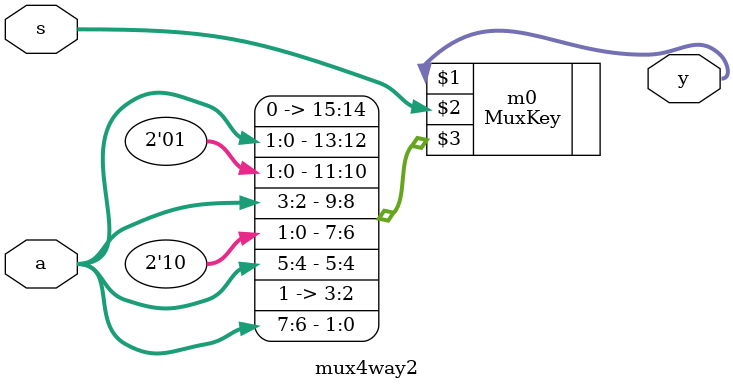
<source format=v>
module mux4way2 (a,s,y);
    input   [7:0] a;
    input   [1:0] s;
    output  [1:0] y;
    MuxKey #(4,2,2) m0 (y,s,{
        2'b00, a[1:0],
        2'b01, a[3:2],
        2'b10, a[5:4],
        2'b11, a[7:6]
    });
endmodule

</source>
